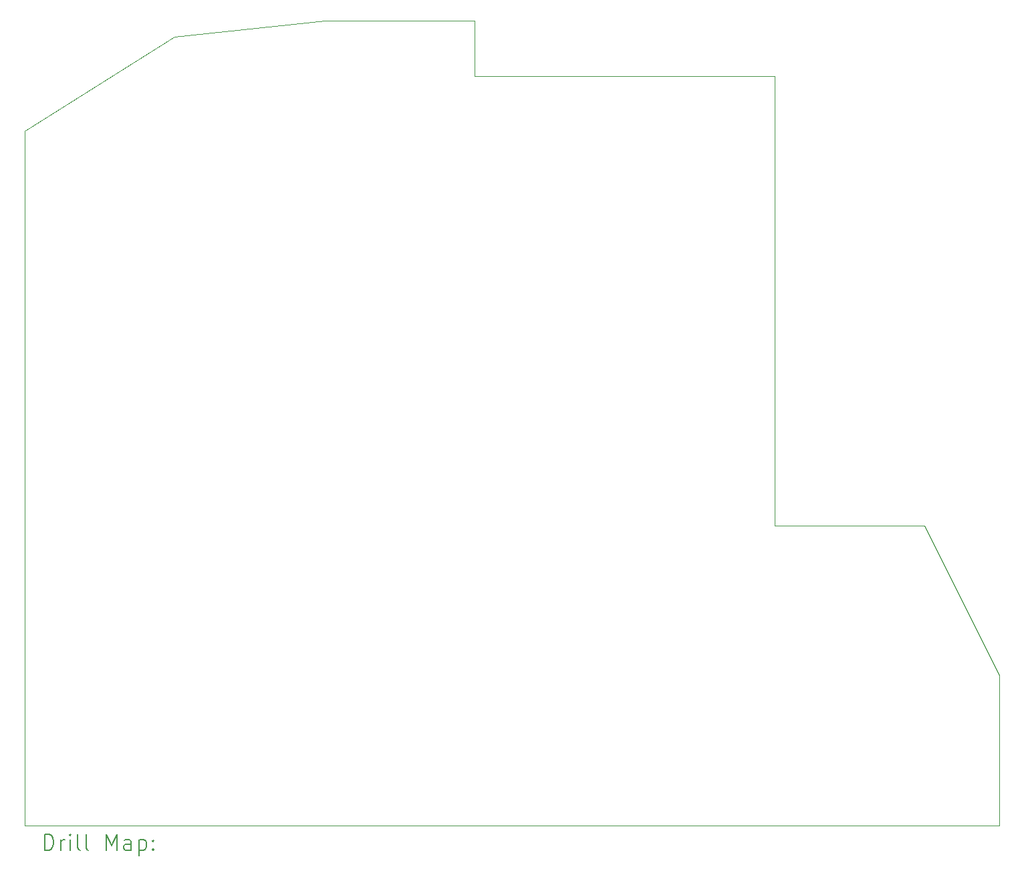
<source format=gbr>
%FSLAX45Y45*%
G04 Gerber Fmt 4.5, Leading zero omitted, Abs format (unit mm)*
G04 Created by KiCad (PCBNEW (5.99.0-12766-g4a3658027e)) date 2021-10-23 13:29:27*
%MOMM*%
%LPD*%
G01*
G04 APERTURE LIST*
%TA.AperFunction,Profile*%
%ADD10C,0.050000*%
%TD*%
%ADD11C,0.200000*%
G04 APERTURE END LIST*
D10*
X3375000Y-1500000D02*
X1475000Y-2700000D01*
X13825000Y-11500000D02*
X13825000Y-9600000D01*
X10975000Y-7700000D02*
X12875000Y-7700000D01*
X10975000Y-2000000D02*
X7175000Y-2000000D01*
X10975000Y-7700000D02*
X10975000Y-2000000D01*
X7175000Y-1300000D02*
X5275000Y-1300000D01*
X5275000Y-1300000D02*
X3375000Y-1500000D01*
X7175000Y-2000000D02*
X7175000Y-1300000D01*
X1475000Y-2700000D02*
X1475000Y-11500000D01*
X1475000Y-11500000D02*
X13825000Y-11500000D01*
X13825000Y-9600000D02*
X12875000Y-7700000D01*
D11*
X1730119Y-11812976D02*
X1730119Y-11612976D01*
X1777738Y-11612976D01*
X1806309Y-11622500D01*
X1825357Y-11641548D01*
X1834881Y-11660595D01*
X1844405Y-11698690D01*
X1844405Y-11727262D01*
X1834881Y-11765357D01*
X1825357Y-11784405D01*
X1806309Y-11803452D01*
X1777738Y-11812976D01*
X1730119Y-11812976D01*
X1930119Y-11812976D02*
X1930119Y-11679643D01*
X1930119Y-11717738D02*
X1939643Y-11698690D01*
X1949167Y-11689167D01*
X1968214Y-11679643D01*
X1987262Y-11679643D01*
X2053928Y-11812976D02*
X2053928Y-11679643D01*
X2053928Y-11612976D02*
X2044405Y-11622500D01*
X2053928Y-11632024D01*
X2063452Y-11622500D01*
X2053928Y-11612976D01*
X2053928Y-11632024D01*
X2177738Y-11812976D02*
X2158690Y-11803452D01*
X2149167Y-11784405D01*
X2149167Y-11612976D01*
X2282500Y-11812976D02*
X2263452Y-11803452D01*
X2253929Y-11784405D01*
X2253929Y-11612976D01*
X2511071Y-11812976D02*
X2511071Y-11612976D01*
X2577738Y-11755833D01*
X2644405Y-11612976D01*
X2644405Y-11812976D01*
X2825357Y-11812976D02*
X2825357Y-11708214D01*
X2815833Y-11689167D01*
X2796786Y-11679643D01*
X2758690Y-11679643D01*
X2739643Y-11689167D01*
X2825357Y-11803452D02*
X2806309Y-11812976D01*
X2758690Y-11812976D01*
X2739643Y-11803452D01*
X2730119Y-11784405D01*
X2730119Y-11765357D01*
X2739643Y-11746309D01*
X2758690Y-11736786D01*
X2806309Y-11736786D01*
X2825357Y-11727262D01*
X2920595Y-11679643D02*
X2920595Y-11879643D01*
X2920595Y-11689167D02*
X2939643Y-11679643D01*
X2977738Y-11679643D01*
X2996786Y-11689167D01*
X3006309Y-11698690D01*
X3015833Y-11717738D01*
X3015833Y-11774881D01*
X3006309Y-11793928D01*
X2996786Y-11803452D01*
X2977738Y-11812976D01*
X2939643Y-11812976D01*
X2920595Y-11803452D01*
X3101548Y-11793928D02*
X3111071Y-11803452D01*
X3101548Y-11812976D01*
X3092024Y-11803452D01*
X3101548Y-11793928D01*
X3101548Y-11812976D01*
X3101548Y-11689167D02*
X3111071Y-11698690D01*
X3101548Y-11708214D01*
X3092024Y-11698690D01*
X3101548Y-11689167D01*
X3101548Y-11708214D01*
M02*

</source>
